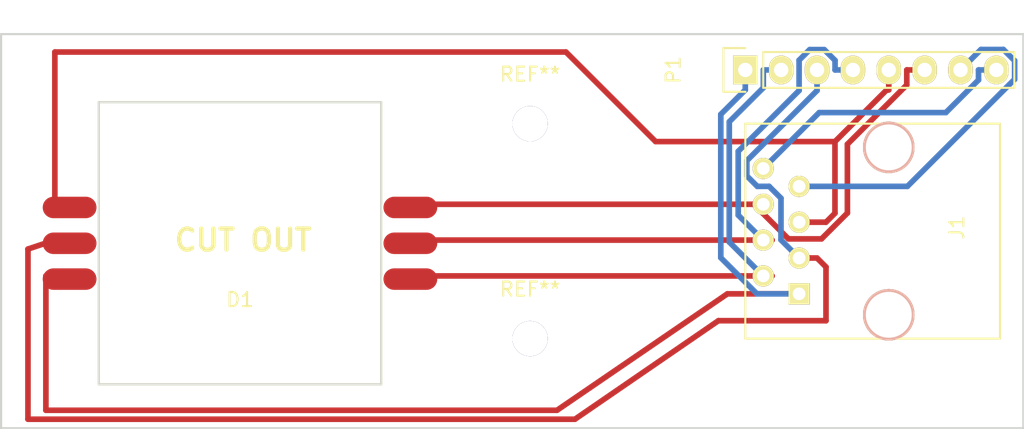
<source format=kicad_pcb>
(kicad_pcb (version 4) (host pcbnew 4.0.2-stable)

  (general
    (links 14)
    (no_connects 0)
    (area 132.004999 87.601666 204.560001 118.185001)
    (thickness 1.6)
    (drawings 9)
    (tracks 84)
    (zones 0)
    (modules 5)
    (nets 9)
  )

  (page A4)
  (layers
    (0 F.Cu signal)
    (31 B.Cu signal)
    (32 B.Adhes user)
    (33 F.Adhes user)
    (34 B.Paste user)
    (35 F.Paste user)
    (36 B.SilkS user)
    (37 F.SilkS user)
    (38 B.Mask user)
    (39 F.Mask user)
    (40 Dwgs.User user)
    (41 Cmts.User user)
    (42 Eco1.User user)
    (43 Eco2.User user)
    (44 Edge.Cuts user)
    (45 Margin user)
    (46 B.CrtYd user)
    (47 F.CrtYd user)
    (48 B.Fab user)
    (49 F.Fab user)
  )

  (setup
    (last_trace_width 0.4)
    (trace_clearance 0.2)
    (zone_clearance 0.508)
    (zone_45_only yes)
    (trace_min 0.2)
    (segment_width 0.2)
    (edge_width 0.15)
    (via_size 0.6)
    (via_drill 0.4)
    (via_min_size 0.4)
    (via_min_drill 0.3)
    (uvia_size 0.3)
    (uvia_drill 0.1)
    (uvias_allowed no)
    (uvia_min_size 0.2)
    (uvia_min_drill 0.1)
    (pcb_text_width 0.3)
    (pcb_text_size 1.5 1.5)
    (mod_edge_width 0.15)
    (mod_text_size 1 1)
    (mod_text_width 0.15)
    (pad_size 1.524 1.524)
    (pad_drill 0.762)
    (pad_to_mask_clearance 0.2)
    (aux_axis_origin 0 0)
    (visible_elements FFFFFF7F)
    (pcbplotparams
      (layerselection 0x00030_80000001)
      (usegerberextensions false)
      (excludeedgelayer true)
      (linewidth 0.100000)
      (plotframeref false)
      (viasonmask false)
      (mode 1)
      (useauxorigin false)
      (hpglpennumber 1)
      (hpglpenspeed 20)
      (hpglpendiameter 15)
      (hpglpenoverlay 2)
      (psnegative false)
      (psa4output false)
      (plotreference true)
      (plotvalue true)
      (plotinvisibletext false)
      (padsonsilk false)
      (subtractmaskfromsilk false)
      (outputformat 1)
      (mirror false)
      (drillshape 1)
      (scaleselection 1)
      (outputdirectory ""))
  )

  (net 0 "")
  (net 1 "Net-(D1-Pad2)")
  (net 2 "Net-(D1-Pad3)")
  (net 3 "Net-(D1-Pad1)")
  (net 4 "Net-(D1-Pad6)")
  (net 5 "Net-(D1-Pad5)")
  (net 6 "Net-(D1-Pad4)")
  (net 7 "Net-(J1-Pad7)")
  (net 8 "Net-(J1-Pad8)")

  (net_class Default "This is the default net class."
    (clearance 0.2)
    (trace_width 0.4)
    (via_dia 0.6)
    (via_drill 0.4)
    (uvia_dia 0.3)
    (uvia_drill 0.1)
    (add_net "Net-(D1-Pad1)")
    (add_net "Net-(D1-Pad2)")
    (add_net "Net-(D1-Pad3)")
    (add_net "Net-(D1-Pad4)")
    (add_net "Net-(D1-Pad5)")
    (add_net "Net-(D1-Pad6)")
    (add_net "Net-(J1-Pad7)")
    (add_net "Net-(J1-Pad8)")
  )

  (module Connect:RJ45_8 (layer F.Cu) (tedit 578A20F6) (tstamp 578DA12B)
    (at 194.945 104.14 90)
    (tags RJ45)
    (path /578A2345)
    (fp_text reference J1 (at 0.254 4.826 90) (layer F.SilkS)
      (effects (font (size 1 1) (thickness 0.15)))
    )
    (fp_text value RJ45 (at 0.14224 -0.1016 180) (layer F.Fab)
      (effects (font (size 1 1) (thickness 0.15)))
    )
    (fp_line (start -7.62 7.874) (end 7.62 7.874) (layer F.SilkS) (width 0.15))
    (fp_line (start 7.62 7.874) (end 7.62 -10.16) (layer F.SilkS) (width 0.15))
    (fp_line (start 7.62 -10.16) (end -7.62 -10.16) (layer F.SilkS) (width 0.15))
    (fp_line (start -7.62 -10.16) (end -7.62 7.874) (layer F.SilkS) (width 0.15))
    (pad Hole np_thru_hole circle (at 5.93852 0 90) (size 3.64998 3.64998) (drill 3.2512) (layers *.Cu *.SilkS *.Mask))
    (pad Hole np_thru_hole circle (at -5.9309 0 90) (size 3.64998 3.64998) (drill 3.2512) (layers *.Cu *.SilkS *.Mask))
    (pad 1 thru_hole rect (at -4.445 -6.35 90) (size 1.50114 1.50114) (drill 0.89916) (layers *.Cu *.Mask F.SilkS)
      (net 3 "Net-(D1-Pad1)"))
    (pad 2 thru_hole circle (at -3.175 -8.89 90) (size 1.50114 1.50114) (drill 0.89916) (layers *.Cu *.Mask F.SilkS)
      (net 4 "Net-(D1-Pad6)"))
    (pad 3 thru_hole circle (at -1.905 -6.35 90) (size 1.50114 1.50114) (drill 0.89916) (layers *.Cu *.Mask F.SilkS)
      (net 1 "Net-(D1-Pad2)"))
    (pad 4 thru_hole circle (at -0.635 -8.89 90) (size 1.50114 1.50114) (drill 0.89916) (layers *.Cu *.Mask F.SilkS)
      (net 5 "Net-(D1-Pad5)"))
    (pad 5 thru_hole circle (at 0.635 -6.35 90) (size 1.50114 1.50114) (drill 0.89916) (layers *.Cu *.Mask F.SilkS)
      (net 2 "Net-(D1-Pad3)"))
    (pad 6 thru_hole circle (at 1.905 -8.89 90) (size 1.50114 1.50114) (drill 0.89916) (layers *.Cu *.Mask F.SilkS)
      (net 6 "Net-(D1-Pad4)"))
    (pad 7 thru_hole circle (at 3.175 -6.35 90) (size 1.50114 1.50114) (drill 0.89916) (layers *.Cu *.Mask F.SilkS)
      (net 7 "Net-(J1-Pad7)"))
    (pad 8 thru_hole circle (at 4.445 -8.89 90) (size 1.50114 1.50114) (drill 0.89916) (layers *.Cu *.Mask F.SilkS)
      (net 8 "Net-(J1-Pad8)"))
    (model Connect.3dshapes/RJ45_8.wrl
      (at (xyz 0 0 0))
      (scale (xyz 0.4 0.4 0.4))
      (rotate (xyz 0 0 0))
    )
  )

  (module Mounting_Holes:MountingHole_2-5mm (layer F.Cu) (tedit 0) (tstamp 579107A1)
    (at 169.545 111.76)
    (descr "Mounting hole, Befestigungsbohrung, 2,5mm, No Annular, Kein Restring,")
    (tags "Mounting hole, Befestigungsbohrung, 2,5mm, No Annular, Kein Restring,")
    (fp_text reference REF** (at 0 -3.50012) (layer F.SilkS)
      (effects (font (size 1 1) (thickness 0.15)))
    )
    (fp_text value MountingHole_2-5mm (at 0.09906 3.59918) (layer F.Fab)
      (effects (font (size 1 1) (thickness 0.15)))
    )
    (fp_circle (center 0 0) (end 2.5 0) (layer Cmts.User) (width 0.381))
    (pad 1 thru_hole circle (at 0 0) (size 2.5 2.5) (drill 2.5) (layers))
  )

  (module Pin_Headers:Pin_Header_Straight_1x08 (layer F.Cu) (tedit 0) (tstamp 578D0E3E)
    (at 184.785 92.71 90)
    (descr "Through hole pin header")
    (tags "pin header")
    (path /578D0BE9)
    (fp_text reference P1 (at 0 -5.1 90) (layer F.SilkS)
      (effects (font (size 1 1) (thickness 0.15)))
    )
    (fp_text value CONN_01X08 (at 0 -3.1 90) (layer F.Fab)
      (effects (font (size 1 1) (thickness 0.15)))
    )
    (fp_line (start -1.75 -1.75) (end -1.75 19.55) (layer F.CrtYd) (width 0.05))
    (fp_line (start 1.75 -1.75) (end 1.75 19.55) (layer F.CrtYd) (width 0.05))
    (fp_line (start -1.75 -1.75) (end 1.75 -1.75) (layer F.CrtYd) (width 0.05))
    (fp_line (start -1.75 19.55) (end 1.75 19.55) (layer F.CrtYd) (width 0.05))
    (fp_line (start 1.27 1.27) (end 1.27 19.05) (layer F.SilkS) (width 0.15))
    (fp_line (start 1.27 19.05) (end -1.27 19.05) (layer F.SilkS) (width 0.15))
    (fp_line (start -1.27 19.05) (end -1.27 1.27) (layer F.SilkS) (width 0.15))
    (fp_line (start 1.55 -1.55) (end 1.55 0) (layer F.SilkS) (width 0.15))
    (fp_line (start 1.27 1.27) (end -1.27 1.27) (layer F.SilkS) (width 0.15))
    (fp_line (start -1.55 0) (end -1.55 -1.55) (layer F.SilkS) (width 0.15))
    (fp_line (start -1.55 -1.55) (end 1.55 -1.55) (layer F.SilkS) (width 0.15))
    (pad 1 thru_hole rect (at 0 0 90) (size 2.032 1.7272) (drill 1.016) (layers *.Cu *.Mask F.SilkS)
      (net 3 "Net-(D1-Pad1)"))
    (pad 2 thru_hole oval (at 0 2.54 90) (size 2.032 1.7272) (drill 1.016) (layers *.Cu *.Mask F.SilkS)
      (net 4 "Net-(D1-Pad6)"))
    (pad 3 thru_hole oval (at 0 5.08 90) (size 2.032 1.7272) (drill 1.016) (layers *.Cu *.Mask F.SilkS)
      (net 1 "Net-(D1-Pad2)"))
    (pad 4 thru_hole oval (at 0 7.62 90) (size 2.032 1.7272) (drill 1.016) (layers *.Cu *.Mask F.SilkS)
      (net 5 "Net-(D1-Pad5)"))
    (pad 5 thru_hole oval (at 0 10.16 90) (size 2.032 1.7272) (drill 1.016) (layers *.Cu *.Mask F.SilkS)
      (net 2 "Net-(D1-Pad3)"))
    (pad 6 thru_hole oval (at 0 12.7 90) (size 2.032 1.7272) (drill 1.016) (layers *.Cu *.Mask F.SilkS)
      (net 6 "Net-(D1-Pad4)"))
    (pad 7 thru_hole oval (at 0 15.24 90) (size 2.032 1.7272) (drill 1.016) (layers *.Cu *.Mask F.SilkS)
      (net 7 "Net-(J1-Pad7)"))
    (pad 8 thru_hole oval (at 0 17.78 90) (size 2.032 1.7272) (drill 1.016) (layers *.Cu *.Mask F.SilkS)
      (net 8 "Net-(J1-Pad8)"))
    (model Pin_Headers.3dshapes/Pin_Header_Straight_1x08.wrl
      (at (xyz 0 -0.35 0))
      (scale (xyz 1 1 1))
      (rotate (xyz 0 0 90))
    )
  )

  (module Mounting_Holes:MountingHole_2-5mm (layer F.Cu) (tedit 0) (tstamp 578D1FF3)
    (at 169.545 96.52)
    (descr "Mounting hole, Befestigungsbohrung, 2,5mm, No Annular, Kein Restring,")
    (tags "Mounting hole, Befestigungsbohrung, 2,5mm, No Annular, Kein Restring,")
    (fp_text reference REF** (at 0 -3.50012) (layer F.SilkS)
      (effects (font (size 1 1) (thickness 0.15)))
    )
    (fp_text value MountingHole_2-5mm (at 0.09906 3.59918) (layer F.Fab)
      (effects (font (size 1 1) (thickness 0.15)))
    )
    (fp_circle (center 0 0) (end 2.5 0) (layer Cmts.User) (width 0.381))
    (pad 1 thru_hole circle (at 0 0) (size 2.5 2.5) (drill 2.5) (layers))
  )

  (module lighting:10wled (layer F.Cu) (tedit 578E284E) (tstamp 578DA119)
    (at 149 105)
    (path /578A22E3)
    (fp_text reference D1 (at 0 4) (layer F.SilkS)
      (effects (font (size 1 1) (thickness 0.15)))
    )
    (fp_text value LED_RGB (at 0 -4) (layer F.Fab)
      (effects (font (size 1 1) (thickness 0.15)))
    )
    (fp_line (start -10 -10) (end 10 -10) (layer F.SilkS) (width 0.15))
    (fp_line (start 10 -10) (end 10 10) (layer F.SilkS) (width 0.15))
    (fp_line (start 10 10) (end -10 10) (layer F.SilkS) (width 0.15))
    (fp_line (start -10 10) (end -10 -10) (layer F.SilkS) (width 0.15))
    (pad 2 smd oval (at -12.065 0) (size 3.81 1.524) (layers F.Cu F.Paste F.Mask)
      (net 1 "Net-(D1-Pad2)"))
    (pad 3 smd oval (at -12.065 -2.54) (size 3.81 1.524) (layers F.Cu F.Paste F.Mask)
      (net 2 "Net-(D1-Pad3)"))
    (pad 1 smd oval (at -12.065 2.54) (size 3.81 1.524) (layers F.Cu F.Paste F.Mask)
      (net 3 "Net-(D1-Pad1)"))
    (pad 6 smd oval (at 12.065 2.54) (size 3.81 1.524) (layers F.Cu F.Paste F.Mask)
      (net 4 "Net-(D1-Pad6)"))
    (pad 5 smd oval (at 12.065 0) (size 3.81 1.524) (layers F.Cu F.Paste F.Mask)
      (net 5 "Net-(D1-Pad5)"))
    (pad 4 smd oval (at 12.065 -2.54) (size 3.81 1.524) (layers F.Cu F.Paste F.Mask)
      (net 6 "Net-(D1-Pad4)"))
  )

  (gr_line (start 132.08 118.11) (end 204.47 118.11) (angle 90) (layer Edge.Cuts) (width 0.15))
  (gr_line (start 132.08 90.17) (end 132.08 118.11) (angle 90) (layer Edge.Cuts) (width 0.15))
  (gr_line (start 204.47 90.17) (end 132.08 90.17) (angle 90) (layer Edge.Cuts) (width 0.15))
  (gr_line (start 204.47 118.11) (end 204.47 90.17) (angle 90) (layer Edge.Cuts) (width 0.15))
  (gr_text "CUT OUT" (at 149.225 104.775) (layer F.SilkS)
    (effects (font (size 1.5 1.5) (thickness 0.3)))
  )
  (gr_line (start 139 115) (end 139 95) (angle 90) (layer Edge.Cuts) (width 0.15))
  (gr_line (start 159 115) (end 139 115) (angle 90) (layer Edge.Cuts) (width 0.15))
  (gr_line (start 159 95) (end 159 115) (angle 90) (layer Edge.Cuts) (width 0.15))
  (gr_line (start 139 95) (end 159 95) (angle 90) (layer Edge.Cuts) (width 0.15))

  (segment (start 189.865 94.173) (end 184.8936 99.1444) (width 0.4) (layer B.Cu) (net 1))
  (segment (start 189.865 92.71) (end 189.865 94.173) (width 0.4) (layer B.Cu) (net 1))
  (segment (start 186.4715 100.965) (end 187.3123 101.8058) (width 0.4) (layer B.Cu) (net 1))
  (segment (start 185.6342 100.965) (end 186.4715 100.965) (width 0.4) (layer B.Cu) (net 1))
  (segment (start 184.8936 100.2244) (end 185.6342 100.965) (width 0.4) (layer B.Cu) (net 1))
  (segment (start 184.8936 99.1444) (end 184.8936 100.2244) (width 0.4) (layer B.Cu) (net 1))
  (segment (start 187.3123 104.7623) (end 188.595 106.045) (width 0.4) (layer B.Cu) (net 1))
  (segment (start 187.3123 101.8058) (end 187.3123 104.7623) (width 0.4) (layer B.Cu) (net 1))
  (segment (start 135.89 104.775) (end 133.985 105.41) (width 0.4) (layer F.Cu) (net 1))
  (segment (start 133.985 105.41) (end 133.985 117.475) (width 0.4) (layer F.Cu) (net 1))
  (segment (start 133.985 117.475) (end 172.72 117.475) (width 0.4) (layer F.Cu) (net 1))
  (segment (start 137.57 105) (end 135.89 104.775) (width 0.4) (layer F.Cu) (net 1))
  (segment (start 172.72 117.475) (end 182.88 110.49) (width 0.4) (layer F.Cu) (net 1))
  (segment (start 182.88 110.49) (end 190.5 110.49) (width 0.4) (layer F.Cu) (net 1))
  (segment (start 189.23 106.045) (end 188.595 106.045) (width 0.4) (layer F.Cu) (net 1))
  (segment (start 190.5 110.49) (end 190.5 106.68) (width 0.4) (layer F.Cu) (net 1))
  (segment (start 190.5 106.68) (end 189.865 106.045) (width 0.4) (layer F.Cu) (net 1))
  (segment (start 189.865 106.045) (end 189.23 106.045) (width 0.4) (layer F.Cu) (net 1))
  (segment (start 194.945 92.71) (end 194.945 94.1263) (width 0.4) (layer F.Cu) (net 2))
  (segment (start 194.7987 94.1263) (end 191.135 97.79) (width 0.4) (layer F.Cu) (net 2))
  (segment (start 194.945 94.1263) (end 194.7987 94.1263) (width 0.4) (layer F.Cu) (net 2))
  (segment (start 189.23 103.505) (end 188.595 103.505) (width 0.4) (layer F.Cu) (net 2))
  (segment (start 191.135 102.87) (end 191.135 97.79) (width 0.4) (layer F.Cu) (net 2))
  (segment (start 190.5 103.505) (end 191.135 102.87) (width 0.4) (layer F.Cu) (net 2))
  (segment (start 189.23 103.505) (end 190.5 103.505) (width 0.4) (layer F.Cu) (net 2))
  (segment (start 135.89 102.235) (end 137.57 102.01) (width 0.4) (layer F.Cu) (net 2))
  (segment (start 135.89 91.44) (end 135.89 102.235) (width 0.4) (layer F.Cu) (net 2))
  (segment (start 172.085 91.44) (end 135.89 91.44) (width 0.4) (layer F.Cu) (net 2))
  (segment (start 178.435 97.79) (end 172.085 91.44) (width 0.4) (layer F.Cu) (net 2))
  (segment (start 191.135 97.79) (end 178.435 97.79) (width 0.4) (layer F.Cu) (net 2))
  (segment (start 137.57 102.01) (end 137.57 102.46) (width 0.4) (layer F.Cu) (net 2))
  (segment (start 184.785 92.71) (end 184.785 94.1263) (width 0.4) (layer B.Cu) (net 3))
  (segment (start 184.785 94.1263) (end 183.0499 95.8614) (width 0.4) (layer B.Cu) (net 3))
  (segment (start 183.0499 95.8614) (end 183.0499 106.024) (width 0.4) (layer B.Cu) (net 3))
  (segment (start 185.6109 108.585) (end 188.595 108.585) (width 0.4) (layer B.Cu) (net 3))
  (segment (start 183.0499 106.024) (end 185.6109 108.585) (width 0.4) (layer B.Cu) (net 3))
  (segment (start 188.595 108.585) (end 183.515 108.585) (width 0.4) (layer F.Cu) (net 3))
  (segment (start 183.515 108.585) (end 171.45 116.84) (width 0.4) (layer F.Cu) (net 3))
  (segment (start 171.45 116.84) (end 135.255 116.84) (width 0.4) (layer F.Cu) (net 3))
  (segment (start 135.255 116.84) (end 135.255 107.315) (width 0.4) (layer F.Cu) (net 3))
  (segment (start 135.255 107.315) (end 137.57 107.54) (width 0.4) (layer F.Cu) (net 3))
  (segment (start 186.0611 93.9739) (end 186.0611 92.71) (width 0.4) (layer B.Cu) (net 4))
  (segment (start 183.6503 96.3847) (end 186.0611 93.9739) (width 0.4) (layer B.Cu) (net 4))
  (segment (start 187.325 92.71) (end 186.0611 92.71) (width 0.4) (layer B.Cu) (net 4))
  (segment (start 183.6503 104.9103) (end 183.6503 96.3847) (width 0.4) (layer B.Cu) (net 4))
  (segment (start 186.055 107.315) (end 183.6503 104.9103) (width 0.4) (layer B.Cu) (net 4))
  (segment (start 160.655 107.315) (end 160.43 107.54) (width 0.4) (layer F.Cu) (net 4))
  (segment (start 160.655 107.315) (end 160.43 107.54) (width 0.4) (layer F.Cu) (net 4))
  (segment (start 160.655 107.315) (end 186.055 107.315) (width 0.4) (layer F.Cu) (net 4))
  (segment (start 186.055 107.315) (end 186.69 107.315) (width 0.4) (layer F.Cu) (net 4))
  (segment (start 192.405 92.71) (end 191.1411 92.71) (width 0.4) (layer B.Cu) (net 5))
  (segment (start 191.1411 92.0339) (end 191.1411 92.71) (width 0.4) (layer B.Cu) (net 5))
  (segment (start 190.3758 91.2686) (end 191.1411 92.0339) (width 0.4) (layer B.Cu) (net 5))
  (segment (start 189.3476 91.2686) (end 190.3758 91.2686) (width 0.4) (layer B.Cu) (net 5))
  (segment (start 188.595 92.0212) (end 189.3476 91.2686) (width 0.4) (layer B.Cu) (net 5))
  (segment (start 188.595 94.1695) (end 188.595 92.0212) (width 0.4) (layer B.Cu) (net 5))
  (segment (start 184.2835 98.481) (end 188.595 94.1695) (width 0.4) (layer B.Cu) (net 5))
  (segment (start 184.2835 103.0035) (end 184.2835 98.481) (width 0.4) (layer B.Cu) (net 5))
  (segment (start 186.055 104.775) (end 184.2835 103.0035) (width 0.4) (layer B.Cu) (net 5))
  (segment (start 160.655 104.775) (end 160.43 105) (width 0.4) (layer F.Cu) (net 5))
  (segment (start 160.655 104.775) (end 160.43 105) (width 0.4) (layer F.Cu) (net 5))
  (segment (start 160.655 104.775) (end 186.055 104.775) (width 0.4) (layer F.Cu) (net 5))
  (segment (start 186.055 104.775) (end 186.69 104.775) (width 0.4) (layer F.Cu) (net 5))
  (segment (start 196.2211 93.7706) (end 196.2211 92.71) (width 0.4) (layer F.Cu) (net 6))
  (segment (start 192.0152 97.9765) (end 196.2211 93.7706) (width 0.4) (layer F.Cu) (net 6))
  (segment (start 197.485 92.71) (end 196.2211 92.71) (width 0.4) (layer F.Cu) (net 6))
  (segment (start 187.8393 104.6877) (end 190.183 104.6877) (width 0.4) (layer F.Cu) (net 6))
  (segment (start 185.3866 102.235) (end 187.8393 104.6877) (width 0.4) (layer F.Cu) (net 6))
  (segment (start 190.183 104.6877) (end 192.0152 102.8555) (width 0.4) (layer F.Cu) (net 6))
  (segment (start 192.0152 102.8555) (end 192.0152 97.9765) (width 0.4) (layer F.Cu) (net 6))
  (segment (start 186.055 102.235) (end 185.3866 102.235) (width 0.4) (layer F.Cu) (net 6))
  (segment (start 160.655 102.235) (end 160.43 102.46) (width 0.4) (layer F.Cu) (net 6))
  (segment (start 185.3866 102.235) (end 160.655 102.235) (width 0.4) (layer F.Cu) (net 6))
  (segment (start 203.8604 93.3695) (end 196.2649 100.965) (width 0.4) (layer B.Cu) (net 7))
  (segment (start 203.8604 92.0594) (end 203.8604 93.3695) (width 0.4) (layer B.Cu) (net 7))
  (segment (start 203.0615 91.2605) (end 203.8604 92.0594) (width 0.4) (layer B.Cu) (net 7))
  (segment (start 201.4745 91.2605) (end 203.0615 91.2605) (width 0.4) (layer B.Cu) (net 7))
  (segment (start 200.025 92.71) (end 201.4745 91.2605) (width 0.4) (layer B.Cu) (net 7))
  (segment (start 196.2649 100.965) (end 188.595 100.965) (width 0.4) (layer B.Cu) (net 7))
  (segment (start 202.565 92.71) (end 201.3011 92.71) (width 0.4) (layer B.Cu) (net 8))
  (segment (start 201.3011 93.4209) (end 198.9876 95.7344) (width 0.4) (layer B.Cu) (net 8))
  (segment (start 201.3011 92.71) (end 201.3011 93.4209) (width 0.4) (layer B.Cu) (net 8))
  (segment (start 190.0156 95.7344) (end 186.055 99.695) (width 0.4) (layer B.Cu) (net 8))
  (segment (start 198.9876 95.7344) (end 190.0156 95.7344) (width 0.4) (layer B.Cu) (net 8))

  (zone (net 0) (net_name "") (layer F.Cu) (tstamp 578DA15C) (hatch edge 0.508)
    (connect_pads (clearance 0.508))
    (min_thickness 0.254)
    (keepout (tracks not_allowed) (vias not_allowed) (copperpour allowed))
    (fill (arc_segments 16) (thermal_gap 0.508) (thermal_bridge_width 0.508))
    (polygon
      (pts
        (xy 139 95) (xy 159 95) (xy 159 115) (xy 139 115)
      )
    )
  )
  (zone (net 0) (net_name "") (layer B.Cu) (tstamp 578DA15C) (hatch edge 0.508)
    (connect_pads (clearance 0.508))
    (min_thickness 0.254)
    (keepout (tracks not_allowed) (vias not_allowed) (copperpour allowed))
    (fill (arc_segments 16) (thermal_gap 0.508) (thermal_bridge_width 0.508))
    (polygon
      (pts
        (xy 139 95) (xy 159 95) (xy 159 115) (xy 139 115)
      )
    )
  )
)

</source>
